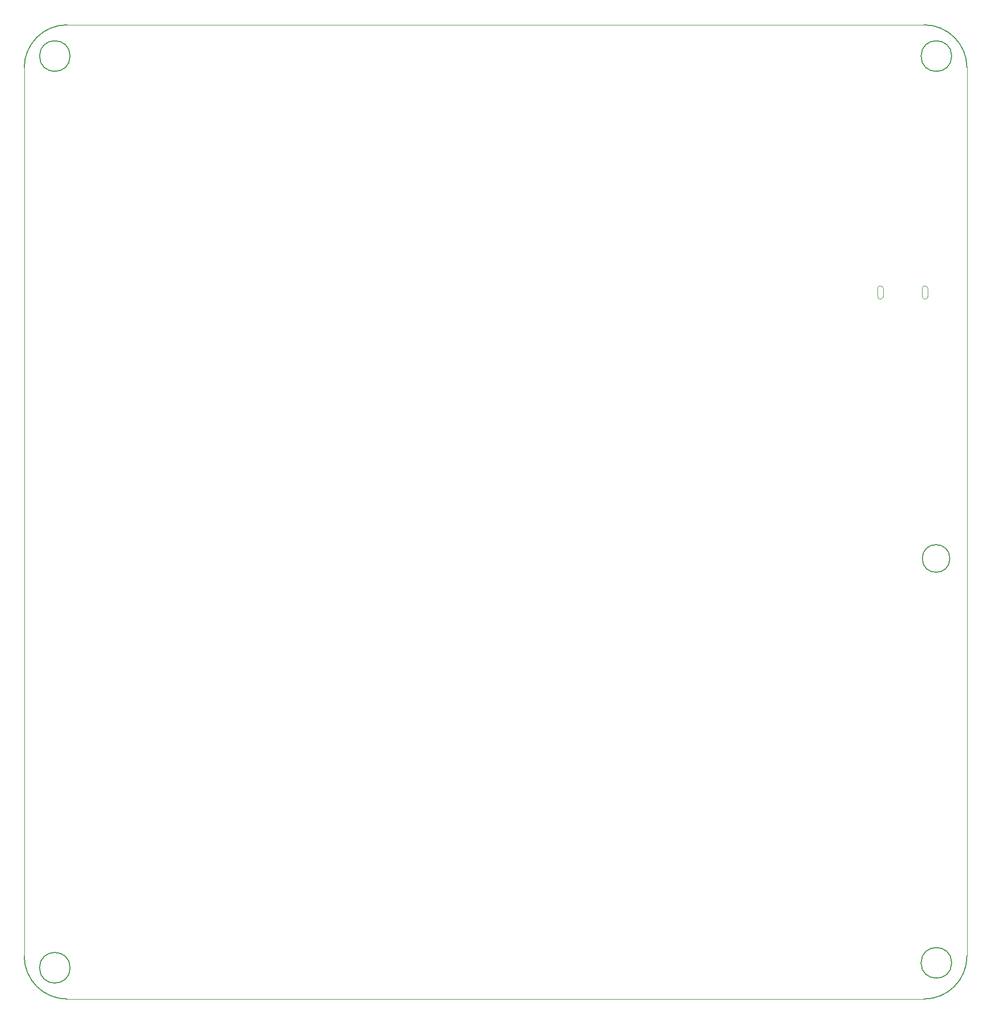
<source format=gko>
G75*
G70*
%OFA0B0*%
%FSLAX25Y25*%
%IPPOS*%
%LPD*%
%AMOC8*
5,1,8,0,0,1.08239X$1,22.5*
%
%ADD146C,0.00472*%
%ADD199C,0.00787*%
%ADD353C,0.00394*%
X0000000Y0000000D02*
%LPD*%
G01*
D199*
X0000000Y0598425D02*
G75*
G02*
X0027559Y0625984I0027559J0000000D01*
G01*
X0578740Y0625984D02*
G75*
G02*
X0606299Y0598425I0000000J-027559D01*
G01*
D353*
X0606299Y0027559D02*
X0606299Y0598425D01*
X0000000Y0598425D02*
X0000000Y0027559D01*
D199*
X0596457Y0605906D02*
G75*
G03*
X0596457Y0605906I-009843J0000000D01*
G01*
X0029528Y0020079D02*
G75*
G03*
X0029528Y0020079I-009843J0000000D01*
G01*
D353*
X0027559Y0000000D02*
X0578740Y0000000D01*
D199*
X0606299Y0027559D02*
G75*
G02*
X0578740Y0000000I-027559J0000000D01*
G01*
X0595279Y0283071D02*
G75*
G03*
X0595279Y0283071I-008858J0000000D01*
G01*
X0029528Y0605906D02*
G75*
G03*
X0029528Y0605906I-009843J0000000D01*
G01*
X0596457Y0023228D02*
G75*
G03*
X0596457Y0023228I-009843J0000000D01*
G01*
X0027559Y0000000D02*
G75*
G02*
X0000000Y0027559I0000000J0027559D01*
G01*
D353*
X0578740Y0625984D02*
X0027559Y0625984D01*
D146*
X0552355Y0456581D02*
X0552355Y0451149D01*
X0577579Y0451383D02*
X0577579Y0456815D01*
X0548860Y0451408D02*
X0548860Y0456839D01*
X0581074Y0456557D02*
X0581074Y0451125D01*
X0548860Y0451408D02*
G75*
G03*
X0552355Y0451149I0001759J0000030D01*
G01*
X0577579Y0451383D02*
G75*
G03*
X0581074Y0451125I0001759J0000030D01*
G01*
X0552355Y0456581D02*
G75*
G03*
X0548861Y0456839I-001759J-000030D01*
G01*
X0581074Y0456557D02*
G75*
G03*
X0577579Y0456815I-001759J-000030D01*
G01*
X0456447Y0297579D02*
G01*
G75*
X0495674Y0132764D02*
G01*
G75*
X0456963Y0230173D02*
G01*
G75*
X0283636Y0016614D02*
G01*
G75*
X0227230Y0286050D02*
G01*
G75*
X0330026Y0241556D02*
G01*
G75*
X0225705Y0040135D02*
G01*
G75*
X0228677Y0411712D02*
G01*
G75*
X0422880Y0354011D02*
G01*
G75*
X0118358Y0414701D02*
G01*
G75*
X0085581Y0227165D02*
G01*
G75*
X0318406Y0367126D02*
G01*
G75*
X0436982Y0078065D02*
G01*
G75*
M02*

</source>
